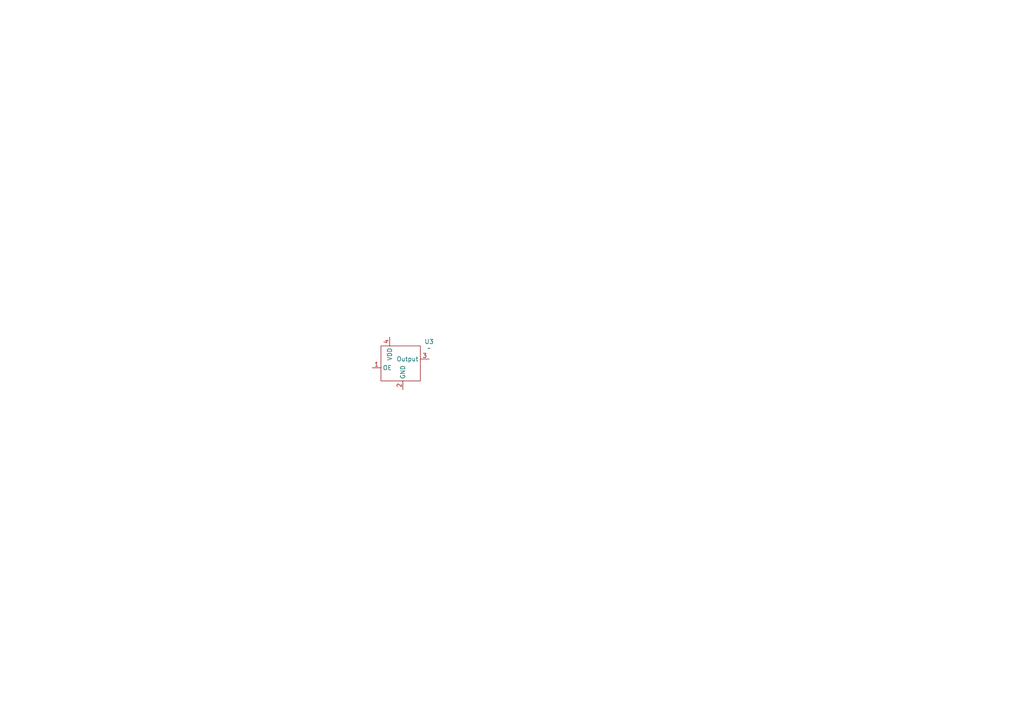
<source format=kicad_sch>
(kicad_sch
	(version 20231120)
	(generator "eeschema")
	(generator_version "8.0")
	(uuid "e94a26ea-6a67-486f-86dc-e99bf2ebf29f")
	(paper "A4")
	(lib_symbols
		(symbol "caravel:DSC6001"
			(exclude_from_sim no)
			(in_bom yes)
			(on_board yes)
			(property "Reference" "U"
				(at -5.08 3.81 0)
				(effects
					(font
						(size 1.27 1.27)
					)
				)
			)
			(property "Value" ""
				(at 0 0 0)
				(effects
					(font
						(size 1.27 1.27)
					)
				)
			)
			(property "Footprint" ""
				(at 0 0 0)
				(effects
					(font
						(size 1.27 1.27)
					)
					(hide yes)
				)
			)
			(property "Datasheet" ""
				(at 0 0 0)
				(effects
					(font
						(size 1.27 1.27)
					)
					(hide yes)
				)
			)
			(property "Description" ""
				(at 0 0 0)
				(effects
					(font
						(size 1.27 1.27)
					)
					(hide yes)
				)
			)
			(symbol "DSC6001_0_1"
				(rectangle
					(start -3.81 6.35)
					(end 7.62 -3.81)
					(stroke
						(width 0)
						(type default)
					)
					(fill
						(type none)
					)
				)
			)
			(symbol "DSC6001_1_1"
				(pin input line
					(at -6.35 0 0)
					(length 2.54)
					(name "OE"
						(effects
							(font
								(size 1.27 1.27)
							)
						)
					)
					(number "1"
						(effects
							(font
								(size 1.27 1.27)
							)
						)
					)
				)
				(pin power_in line
					(at 2.54 -6.35 90)
					(length 2.54)
					(name "GND"
						(effects
							(font
								(size 1.27 1.27)
							)
						)
					)
					(number "2"
						(effects
							(font
								(size 1.27 1.27)
							)
						)
					)
				)
				(pin input line
					(at 10.16 2.54 180)
					(length 2.54)
					(name "Output"
						(effects
							(font
								(size 1.27 1.27)
							)
						)
					)
					(number "3"
						(effects
							(font
								(size 1.27 1.27)
							)
						)
					)
				)
				(pin power_in line
					(at -1.27 8.89 270)
					(length 2.54)
					(name "VDD"
						(effects
							(font
								(size 1.27 1.27)
							)
						)
					)
					(number "4"
						(effects
							(font
								(size 1.27 1.27)
							)
						)
					)
				)
			)
		)
	)
	(symbol
		(lib_id "caravel:DSC6001")
		(at 114.3 106.68 0)
		(unit 1)
		(exclude_from_sim no)
		(in_bom yes)
		(on_board yes)
		(dnp no)
		(fields_autoplaced yes)
		(uuid "8afed7b3-5091-4bdb-ba46-c0bc4d0f9014")
		(property "Reference" "U3"
			(at 124.46 99.0914 0)
			(effects
				(font
					(size 1.27 1.27)
				)
			)
		)
		(property "Value" "~"
			(at 124.46 100.9965 0)
			(effects
				(font
					(size 1.27 1.27)
				)
			)
		)
		(property "Footprint" ""
			(at 114.3 106.68 0)
			(effects
				(font
					(size 1.27 1.27)
				)
				(hide yes)
			)
		)
		(property "Datasheet" ""
			(at 114.3 106.68 0)
			(effects
				(font
					(size 1.27 1.27)
				)
				(hide yes)
			)
		)
		(property "Description" ""
			(at 114.3 106.68 0)
			(effects
				(font
					(size 1.27 1.27)
				)
				(hide yes)
			)
		)
		(pin "4"
			(uuid "5df75bd5-f216-4ecd-8a46-241753530387")
		)
		(pin "2"
			(uuid "1993cc87-8e3f-4594-86c7-d358811bd5c5")
		)
		(pin "3"
			(uuid "c8882dea-2900-4481-b23a-5145892faea4")
		)
		(pin "1"
			(uuid "2fc901c0-eecd-42f8-868a-2ec302c835a7")
		)
		(instances
			(project "star_chiplet"
				(path "/1f1d514b-67fa-4200-8a91-3df4fa362116/f55009de-82e1-4f9b-8429-e9cb16b2a0ae"
					(reference "U3")
					(unit 1)
				)
			)
		)
	)
)

</source>
